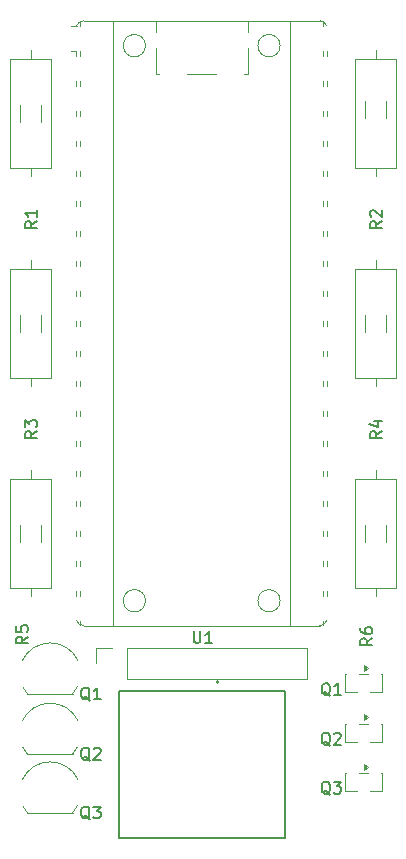
<source format=gbr>
%TF.GenerationSoftware,KiCad,Pcbnew,9.0.6*%
%TF.CreationDate,2025-11-18T00:54:51+10:00*%
%TF.ProjectId,PicoX68Key,5069636f-5836-4384-9b65-792e6b696361,rev?*%
%TF.SameCoordinates,Original*%
%TF.FileFunction,Legend,Top*%
%TF.FilePolarity,Positive*%
%FSLAX46Y46*%
G04 Gerber Fmt 4.6, Leading zero omitted, Abs format (unit mm)*
G04 Created by KiCad (PCBNEW 9.0.6) date 2025-11-18 00:54:51*
%MOMM*%
%LPD*%
G01*
G04 APERTURE LIST*
%ADD10C,0.150000*%
%ADD11C,0.120000*%
%ADD12C,0.127000*%
%ADD13C,0.200000*%
G04 APERTURE END LIST*
D10*
X94704761Y-142450057D02*
X94609523Y-142402438D01*
X94609523Y-142402438D02*
X94514285Y-142307200D01*
X94514285Y-142307200D02*
X94371428Y-142164342D01*
X94371428Y-142164342D02*
X94276190Y-142116723D01*
X94276190Y-142116723D02*
X94180952Y-142116723D01*
X94228571Y-142354819D02*
X94133333Y-142307200D01*
X94133333Y-142307200D02*
X94038095Y-142211961D01*
X94038095Y-142211961D02*
X93990476Y-142021485D01*
X93990476Y-142021485D02*
X93990476Y-141688152D01*
X93990476Y-141688152D02*
X94038095Y-141497676D01*
X94038095Y-141497676D02*
X94133333Y-141402438D01*
X94133333Y-141402438D02*
X94228571Y-141354819D01*
X94228571Y-141354819D02*
X94419047Y-141354819D01*
X94419047Y-141354819D02*
X94514285Y-141402438D01*
X94514285Y-141402438D02*
X94609523Y-141497676D01*
X94609523Y-141497676D02*
X94657142Y-141688152D01*
X94657142Y-141688152D02*
X94657142Y-142021485D01*
X94657142Y-142021485D02*
X94609523Y-142211961D01*
X94609523Y-142211961D02*
X94514285Y-142307200D01*
X94514285Y-142307200D02*
X94419047Y-142354819D01*
X94419047Y-142354819D02*
X94228571Y-142354819D01*
X95038095Y-141450057D02*
X95085714Y-141402438D01*
X95085714Y-141402438D02*
X95180952Y-141354819D01*
X95180952Y-141354819D02*
X95419047Y-141354819D01*
X95419047Y-141354819D02*
X95514285Y-141402438D01*
X95514285Y-141402438D02*
X95561904Y-141450057D01*
X95561904Y-141450057D02*
X95609523Y-141545295D01*
X95609523Y-141545295D02*
X95609523Y-141640533D01*
X95609523Y-141640533D02*
X95561904Y-141783390D01*
X95561904Y-141783390D02*
X94990476Y-142354819D01*
X94990476Y-142354819D02*
X95609523Y-142354819D01*
X94704761Y-138250057D02*
X94609523Y-138202438D01*
X94609523Y-138202438D02*
X94514285Y-138107200D01*
X94514285Y-138107200D02*
X94371428Y-137964342D01*
X94371428Y-137964342D02*
X94276190Y-137916723D01*
X94276190Y-137916723D02*
X94180952Y-137916723D01*
X94228571Y-138154819D02*
X94133333Y-138107200D01*
X94133333Y-138107200D02*
X94038095Y-138011961D01*
X94038095Y-138011961D02*
X93990476Y-137821485D01*
X93990476Y-137821485D02*
X93990476Y-137488152D01*
X93990476Y-137488152D02*
X94038095Y-137297676D01*
X94038095Y-137297676D02*
X94133333Y-137202438D01*
X94133333Y-137202438D02*
X94228571Y-137154819D01*
X94228571Y-137154819D02*
X94419047Y-137154819D01*
X94419047Y-137154819D02*
X94514285Y-137202438D01*
X94514285Y-137202438D02*
X94609523Y-137297676D01*
X94609523Y-137297676D02*
X94657142Y-137488152D01*
X94657142Y-137488152D02*
X94657142Y-137821485D01*
X94657142Y-137821485D02*
X94609523Y-138011961D01*
X94609523Y-138011961D02*
X94514285Y-138107200D01*
X94514285Y-138107200D02*
X94419047Y-138154819D01*
X94419047Y-138154819D02*
X94228571Y-138154819D01*
X95609523Y-138154819D02*
X95038095Y-138154819D01*
X95323809Y-138154819D02*
X95323809Y-137154819D01*
X95323809Y-137154819D02*
X95228571Y-137297676D01*
X95228571Y-137297676D02*
X95133333Y-137392914D01*
X95133333Y-137392914D02*
X95038095Y-137440533D01*
X94704761Y-146600057D02*
X94609523Y-146552438D01*
X94609523Y-146552438D02*
X94514285Y-146457200D01*
X94514285Y-146457200D02*
X94371428Y-146314342D01*
X94371428Y-146314342D02*
X94276190Y-146266723D01*
X94276190Y-146266723D02*
X94180952Y-146266723D01*
X94228571Y-146504819D02*
X94133333Y-146457200D01*
X94133333Y-146457200D02*
X94038095Y-146361961D01*
X94038095Y-146361961D02*
X93990476Y-146171485D01*
X93990476Y-146171485D02*
X93990476Y-145838152D01*
X93990476Y-145838152D02*
X94038095Y-145647676D01*
X94038095Y-145647676D02*
X94133333Y-145552438D01*
X94133333Y-145552438D02*
X94228571Y-145504819D01*
X94228571Y-145504819D02*
X94419047Y-145504819D01*
X94419047Y-145504819D02*
X94514285Y-145552438D01*
X94514285Y-145552438D02*
X94609523Y-145647676D01*
X94609523Y-145647676D02*
X94657142Y-145838152D01*
X94657142Y-145838152D02*
X94657142Y-146171485D01*
X94657142Y-146171485D02*
X94609523Y-146361961D01*
X94609523Y-146361961D02*
X94514285Y-146457200D01*
X94514285Y-146457200D02*
X94419047Y-146504819D01*
X94419047Y-146504819D02*
X94228571Y-146504819D01*
X94990476Y-145504819D02*
X95609523Y-145504819D01*
X95609523Y-145504819D02*
X95276190Y-145885771D01*
X95276190Y-145885771D02*
X95419047Y-145885771D01*
X95419047Y-145885771D02*
X95514285Y-145933390D01*
X95514285Y-145933390D02*
X95561904Y-145981009D01*
X95561904Y-145981009D02*
X95609523Y-146076247D01*
X95609523Y-146076247D02*
X95609523Y-146314342D01*
X95609523Y-146314342D02*
X95561904Y-146409580D01*
X95561904Y-146409580D02*
X95514285Y-146457200D01*
X95514285Y-146457200D02*
X95419047Y-146504819D01*
X95419047Y-146504819D02*
X95133333Y-146504819D01*
X95133333Y-146504819D02*
X95038095Y-146457200D01*
X95038095Y-146457200D02*
X94990476Y-146409580D01*
X74354761Y-143726057D02*
X74259523Y-143678438D01*
X74259523Y-143678438D02*
X74164285Y-143583200D01*
X74164285Y-143583200D02*
X74021428Y-143440342D01*
X74021428Y-143440342D02*
X73926190Y-143392723D01*
X73926190Y-143392723D02*
X73830952Y-143392723D01*
X73878571Y-143630819D02*
X73783333Y-143583200D01*
X73783333Y-143583200D02*
X73688095Y-143487961D01*
X73688095Y-143487961D02*
X73640476Y-143297485D01*
X73640476Y-143297485D02*
X73640476Y-142964152D01*
X73640476Y-142964152D02*
X73688095Y-142773676D01*
X73688095Y-142773676D02*
X73783333Y-142678438D01*
X73783333Y-142678438D02*
X73878571Y-142630819D01*
X73878571Y-142630819D02*
X74069047Y-142630819D01*
X74069047Y-142630819D02*
X74164285Y-142678438D01*
X74164285Y-142678438D02*
X74259523Y-142773676D01*
X74259523Y-142773676D02*
X74307142Y-142964152D01*
X74307142Y-142964152D02*
X74307142Y-143297485D01*
X74307142Y-143297485D02*
X74259523Y-143487961D01*
X74259523Y-143487961D02*
X74164285Y-143583200D01*
X74164285Y-143583200D02*
X74069047Y-143630819D01*
X74069047Y-143630819D02*
X73878571Y-143630819D01*
X74688095Y-142726057D02*
X74735714Y-142678438D01*
X74735714Y-142678438D02*
X74830952Y-142630819D01*
X74830952Y-142630819D02*
X75069047Y-142630819D01*
X75069047Y-142630819D02*
X75164285Y-142678438D01*
X75164285Y-142678438D02*
X75211904Y-142726057D01*
X75211904Y-142726057D02*
X75259523Y-142821295D01*
X75259523Y-142821295D02*
X75259523Y-142916533D01*
X75259523Y-142916533D02*
X75211904Y-143059390D01*
X75211904Y-143059390D02*
X74640476Y-143630819D01*
X74640476Y-143630819D02*
X75259523Y-143630819D01*
X69854819Y-115836666D02*
X69378628Y-116169999D01*
X69854819Y-116408094D02*
X68854819Y-116408094D01*
X68854819Y-116408094D02*
X68854819Y-116027142D01*
X68854819Y-116027142D02*
X68902438Y-115931904D01*
X68902438Y-115931904D02*
X68950057Y-115884285D01*
X68950057Y-115884285D02*
X69045295Y-115836666D01*
X69045295Y-115836666D02*
X69188152Y-115836666D01*
X69188152Y-115836666D02*
X69283390Y-115884285D01*
X69283390Y-115884285D02*
X69331009Y-115931904D01*
X69331009Y-115931904D02*
X69378628Y-116027142D01*
X69378628Y-116027142D02*
X69378628Y-116408094D01*
X68854819Y-115503332D02*
X68854819Y-114884285D01*
X68854819Y-114884285D02*
X69235771Y-115217618D01*
X69235771Y-115217618D02*
X69235771Y-115074761D01*
X69235771Y-115074761D02*
X69283390Y-114979523D01*
X69283390Y-114979523D02*
X69331009Y-114931904D01*
X69331009Y-114931904D02*
X69426247Y-114884285D01*
X69426247Y-114884285D02*
X69664342Y-114884285D01*
X69664342Y-114884285D02*
X69759580Y-114931904D01*
X69759580Y-114931904D02*
X69807200Y-114979523D01*
X69807200Y-114979523D02*
X69854819Y-115074761D01*
X69854819Y-115074761D02*
X69854819Y-115360475D01*
X69854819Y-115360475D02*
X69807200Y-115455713D01*
X69807200Y-115455713D02*
X69759580Y-115503332D01*
X99064819Y-98056666D02*
X98588628Y-98389999D01*
X99064819Y-98628094D02*
X98064819Y-98628094D01*
X98064819Y-98628094D02*
X98064819Y-98247142D01*
X98064819Y-98247142D02*
X98112438Y-98151904D01*
X98112438Y-98151904D02*
X98160057Y-98104285D01*
X98160057Y-98104285D02*
X98255295Y-98056666D01*
X98255295Y-98056666D02*
X98398152Y-98056666D01*
X98398152Y-98056666D02*
X98493390Y-98104285D01*
X98493390Y-98104285D02*
X98541009Y-98151904D01*
X98541009Y-98151904D02*
X98588628Y-98247142D01*
X98588628Y-98247142D02*
X98588628Y-98628094D01*
X98160057Y-97675713D02*
X98112438Y-97628094D01*
X98112438Y-97628094D02*
X98064819Y-97532856D01*
X98064819Y-97532856D02*
X98064819Y-97294761D01*
X98064819Y-97294761D02*
X98112438Y-97199523D01*
X98112438Y-97199523D02*
X98160057Y-97151904D01*
X98160057Y-97151904D02*
X98255295Y-97104285D01*
X98255295Y-97104285D02*
X98350533Y-97104285D01*
X98350533Y-97104285D02*
X98493390Y-97151904D01*
X98493390Y-97151904D02*
X99064819Y-97723332D01*
X99064819Y-97723332D02*
X99064819Y-97104285D01*
X69104819Y-133216666D02*
X68628628Y-133549999D01*
X69104819Y-133788094D02*
X68104819Y-133788094D01*
X68104819Y-133788094D02*
X68104819Y-133407142D01*
X68104819Y-133407142D02*
X68152438Y-133311904D01*
X68152438Y-133311904D02*
X68200057Y-133264285D01*
X68200057Y-133264285D02*
X68295295Y-133216666D01*
X68295295Y-133216666D02*
X68438152Y-133216666D01*
X68438152Y-133216666D02*
X68533390Y-133264285D01*
X68533390Y-133264285D02*
X68581009Y-133311904D01*
X68581009Y-133311904D02*
X68628628Y-133407142D01*
X68628628Y-133407142D02*
X68628628Y-133788094D01*
X68104819Y-132311904D02*
X68104819Y-132788094D01*
X68104819Y-132788094D02*
X68581009Y-132835713D01*
X68581009Y-132835713D02*
X68533390Y-132788094D01*
X68533390Y-132788094D02*
X68485771Y-132692856D01*
X68485771Y-132692856D02*
X68485771Y-132454761D01*
X68485771Y-132454761D02*
X68533390Y-132359523D01*
X68533390Y-132359523D02*
X68581009Y-132311904D01*
X68581009Y-132311904D02*
X68676247Y-132264285D01*
X68676247Y-132264285D02*
X68914342Y-132264285D01*
X68914342Y-132264285D02*
X69009580Y-132311904D01*
X69009580Y-132311904D02*
X69057200Y-132359523D01*
X69057200Y-132359523D02*
X69104819Y-132454761D01*
X69104819Y-132454761D02*
X69104819Y-132692856D01*
X69104819Y-132692856D02*
X69057200Y-132788094D01*
X69057200Y-132788094D02*
X69009580Y-132835713D01*
X69854819Y-98056666D02*
X69378628Y-98389999D01*
X69854819Y-98628094D02*
X68854819Y-98628094D01*
X68854819Y-98628094D02*
X68854819Y-98247142D01*
X68854819Y-98247142D02*
X68902438Y-98151904D01*
X68902438Y-98151904D02*
X68950057Y-98104285D01*
X68950057Y-98104285D02*
X69045295Y-98056666D01*
X69045295Y-98056666D02*
X69188152Y-98056666D01*
X69188152Y-98056666D02*
X69283390Y-98104285D01*
X69283390Y-98104285D02*
X69331009Y-98151904D01*
X69331009Y-98151904D02*
X69378628Y-98247142D01*
X69378628Y-98247142D02*
X69378628Y-98628094D01*
X69854819Y-97104285D02*
X69854819Y-97675713D01*
X69854819Y-97389999D02*
X68854819Y-97389999D01*
X68854819Y-97389999D02*
X68997676Y-97485237D01*
X68997676Y-97485237D02*
X69092914Y-97580475D01*
X69092914Y-97580475D02*
X69140533Y-97675713D01*
X83136779Y-132754819D02*
X83136779Y-133564342D01*
X83136779Y-133564342D02*
X83184398Y-133659580D01*
X83184398Y-133659580D02*
X83232017Y-133707200D01*
X83232017Y-133707200D02*
X83327255Y-133754819D01*
X83327255Y-133754819D02*
X83517731Y-133754819D01*
X83517731Y-133754819D02*
X83612969Y-133707200D01*
X83612969Y-133707200D02*
X83660588Y-133659580D01*
X83660588Y-133659580D02*
X83708207Y-133564342D01*
X83708207Y-133564342D02*
X83708207Y-132754819D01*
X84708207Y-133754819D02*
X84136779Y-133754819D01*
X84422493Y-133754819D02*
X84422493Y-132754819D01*
X84422493Y-132754819D02*
X84327255Y-132897676D01*
X84327255Y-132897676D02*
X84232017Y-132992914D01*
X84232017Y-132992914D02*
X84136779Y-133040533D01*
X74354761Y-148700057D02*
X74259523Y-148652438D01*
X74259523Y-148652438D02*
X74164285Y-148557200D01*
X74164285Y-148557200D02*
X74021428Y-148414342D01*
X74021428Y-148414342D02*
X73926190Y-148366723D01*
X73926190Y-148366723D02*
X73830952Y-148366723D01*
X73878571Y-148604819D02*
X73783333Y-148557200D01*
X73783333Y-148557200D02*
X73688095Y-148461961D01*
X73688095Y-148461961D02*
X73640476Y-148271485D01*
X73640476Y-148271485D02*
X73640476Y-147938152D01*
X73640476Y-147938152D02*
X73688095Y-147747676D01*
X73688095Y-147747676D02*
X73783333Y-147652438D01*
X73783333Y-147652438D02*
X73878571Y-147604819D01*
X73878571Y-147604819D02*
X74069047Y-147604819D01*
X74069047Y-147604819D02*
X74164285Y-147652438D01*
X74164285Y-147652438D02*
X74259523Y-147747676D01*
X74259523Y-147747676D02*
X74307142Y-147938152D01*
X74307142Y-147938152D02*
X74307142Y-148271485D01*
X74307142Y-148271485D02*
X74259523Y-148461961D01*
X74259523Y-148461961D02*
X74164285Y-148557200D01*
X74164285Y-148557200D02*
X74069047Y-148604819D01*
X74069047Y-148604819D02*
X73878571Y-148604819D01*
X74640476Y-147604819D02*
X75259523Y-147604819D01*
X75259523Y-147604819D02*
X74926190Y-147985771D01*
X74926190Y-147985771D02*
X75069047Y-147985771D01*
X75069047Y-147985771D02*
X75164285Y-148033390D01*
X75164285Y-148033390D02*
X75211904Y-148081009D01*
X75211904Y-148081009D02*
X75259523Y-148176247D01*
X75259523Y-148176247D02*
X75259523Y-148414342D01*
X75259523Y-148414342D02*
X75211904Y-148509580D01*
X75211904Y-148509580D02*
X75164285Y-148557200D01*
X75164285Y-148557200D02*
X75069047Y-148604819D01*
X75069047Y-148604819D02*
X74783333Y-148604819D01*
X74783333Y-148604819D02*
X74688095Y-148557200D01*
X74688095Y-148557200D02*
X74640476Y-148509580D01*
X98254819Y-133366666D02*
X97778628Y-133699999D01*
X98254819Y-133938094D02*
X97254819Y-133938094D01*
X97254819Y-133938094D02*
X97254819Y-133557142D01*
X97254819Y-133557142D02*
X97302438Y-133461904D01*
X97302438Y-133461904D02*
X97350057Y-133414285D01*
X97350057Y-133414285D02*
X97445295Y-133366666D01*
X97445295Y-133366666D02*
X97588152Y-133366666D01*
X97588152Y-133366666D02*
X97683390Y-133414285D01*
X97683390Y-133414285D02*
X97731009Y-133461904D01*
X97731009Y-133461904D02*
X97778628Y-133557142D01*
X97778628Y-133557142D02*
X97778628Y-133938094D01*
X97254819Y-132509523D02*
X97254819Y-132699999D01*
X97254819Y-132699999D02*
X97302438Y-132795237D01*
X97302438Y-132795237D02*
X97350057Y-132842856D01*
X97350057Y-132842856D02*
X97492914Y-132938094D01*
X97492914Y-132938094D02*
X97683390Y-132985713D01*
X97683390Y-132985713D02*
X98064342Y-132985713D01*
X98064342Y-132985713D02*
X98159580Y-132938094D01*
X98159580Y-132938094D02*
X98207200Y-132890475D01*
X98207200Y-132890475D02*
X98254819Y-132795237D01*
X98254819Y-132795237D02*
X98254819Y-132604761D01*
X98254819Y-132604761D02*
X98207200Y-132509523D01*
X98207200Y-132509523D02*
X98159580Y-132461904D01*
X98159580Y-132461904D02*
X98064342Y-132414285D01*
X98064342Y-132414285D02*
X97826247Y-132414285D01*
X97826247Y-132414285D02*
X97731009Y-132461904D01*
X97731009Y-132461904D02*
X97683390Y-132509523D01*
X97683390Y-132509523D02*
X97635771Y-132604761D01*
X97635771Y-132604761D02*
X97635771Y-132795237D01*
X97635771Y-132795237D02*
X97683390Y-132890475D01*
X97683390Y-132890475D02*
X97731009Y-132938094D01*
X97731009Y-132938094D02*
X97826247Y-132985713D01*
X99064819Y-115836666D02*
X98588628Y-116169999D01*
X99064819Y-116408094D02*
X98064819Y-116408094D01*
X98064819Y-116408094D02*
X98064819Y-116027142D01*
X98064819Y-116027142D02*
X98112438Y-115931904D01*
X98112438Y-115931904D02*
X98160057Y-115884285D01*
X98160057Y-115884285D02*
X98255295Y-115836666D01*
X98255295Y-115836666D02*
X98398152Y-115836666D01*
X98398152Y-115836666D02*
X98493390Y-115884285D01*
X98493390Y-115884285D02*
X98541009Y-115931904D01*
X98541009Y-115931904D02*
X98588628Y-116027142D01*
X98588628Y-116027142D02*
X98588628Y-116408094D01*
X98398152Y-114979523D02*
X99064819Y-114979523D01*
X98017200Y-115217618D02*
X98731485Y-115455713D01*
X98731485Y-115455713D02*
X98731485Y-114836666D01*
X74354761Y-138629057D02*
X74259523Y-138581438D01*
X74259523Y-138581438D02*
X74164285Y-138486200D01*
X74164285Y-138486200D02*
X74021428Y-138343342D01*
X74021428Y-138343342D02*
X73926190Y-138295723D01*
X73926190Y-138295723D02*
X73830952Y-138295723D01*
X73878571Y-138533819D02*
X73783333Y-138486200D01*
X73783333Y-138486200D02*
X73688095Y-138390961D01*
X73688095Y-138390961D02*
X73640476Y-138200485D01*
X73640476Y-138200485D02*
X73640476Y-137867152D01*
X73640476Y-137867152D02*
X73688095Y-137676676D01*
X73688095Y-137676676D02*
X73783333Y-137581438D01*
X73783333Y-137581438D02*
X73878571Y-137533819D01*
X73878571Y-137533819D02*
X74069047Y-137533819D01*
X74069047Y-137533819D02*
X74164285Y-137581438D01*
X74164285Y-137581438D02*
X74259523Y-137676676D01*
X74259523Y-137676676D02*
X74307142Y-137867152D01*
X74307142Y-137867152D02*
X74307142Y-138200485D01*
X74307142Y-138200485D02*
X74259523Y-138390961D01*
X74259523Y-138390961D02*
X74164285Y-138486200D01*
X74164285Y-138486200D02*
X74069047Y-138533819D01*
X74069047Y-138533819D02*
X73878571Y-138533819D01*
X75259523Y-138533819D02*
X74688095Y-138533819D01*
X74973809Y-138533819D02*
X74973809Y-137533819D01*
X74973809Y-137533819D02*
X74878571Y-137676676D01*
X74878571Y-137676676D02*
X74783333Y-137771914D01*
X74783333Y-137771914D02*
X74688095Y-137819533D01*
D11*
%TO.C,Q2*%
X69050000Y-143147000D02*
X72900000Y-143147000D01*
X68633600Y-140348193D02*
G75*
G02*
X70990000Y-138847000I2356400J-1098807D01*
G01*
X69050000Y-143147000D02*
G75*
G02*
X68667369Y-142569045I1940000J1700000D01*
G01*
X70990000Y-138847000D02*
G75*
G02*
X73346400Y-140348193I0J-2600000D01*
G01*
X73292383Y-142559264D02*
G75*
G02*
X72900000Y-143147000I-2302383J1112264D01*
G01*
%TO.C,R9*%
X68432000Y-105952936D02*
X68432000Y-107407064D01*
X70252000Y-105952936D02*
X70252000Y-107407064D01*
%TO.C,R3*%
X69342000Y-101370000D02*
X69342000Y-102060000D01*
X69342000Y-111990000D02*
X69342000Y-111300000D01*
X71062000Y-102060000D02*
X67622000Y-102060000D01*
X67622000Y-111300000D01*
X71062000Y-111300000D01*
X71062000Y-102060000D01*
%TO.C,R2*%
X98552000Y-83590000D02*
X98552000Y-84280000D01*
X98552000Y-94210000D02*
X98552000Y-93520000D01*
X100272000Y-84280000D02*
X96832000Y-84280000D01*
X96832000Y-93520000D01*
X100272000Y-93520000D01*
X100272000Y-84280000D01*
%TO.C,SQ3*%
X95970000Y-144797500D02*
X96020000Y-144797500D01*
X95970000Y-146317500D02*
X95970000Y-144797500D01*
X96970000Y-146317500D02*
X95970000Y-146317500D01*
X97140000Y-144797500D02*
X97920000Y-144797500D01*
X99040000Y-144797500D02*
X99090000Y-144797500D01*
X99090000Y-144797500D02*
X99090000Y-146317500D01*
X99090000Y-146317500D02*
X98090000Y-146317500D01*
X97910000Y-144257500D02*
X97580000Y-144497500D01*
X97580000Y-144017500D01*
X97910000Y-144257500D01*
G36*
X97910000Y-144257500D02*
G01*
X97580000Y-144497500D01*
X97580000Y-144017500D01*
X97910000Y-144257500D01*
G37*
%TO.C,R8*%
X97642000Y-87892936D02*
X97642000Y-89347064D01*
X99462000Y-87892936D02*
X99462000Y-89347064D01*
%TO.C,R5*%
X69342000Y-119150000D02*
X69342000Y-119840000D01*
X69342000Y-129770000D02*
X69342000Y-129080000D01*
X71062000Y-119840000D02*
X67622000Y-119840000D01*
X67622000Y-129080000D01*
X71062000Y-129080000D01*
X71062000Y-119840000D01*
%TO.C,SQ1*%
X95970000Y-136400000D02*
X96020000Y-136400000D01*
X95970000Y-137920000D02*
X95970000Y-136400000D01*
X96970000Y-137920000D02*
X95970000Y-137920000D01*
X97140000Y-136400000D02*
X97920000Y-136400000D01*
X99040000Y-136400000D02*
X99090000Y-136400000D01*
X99090000Y-136400000D02*
X99090000Y-137920000D01*
X99090000Y-137920000D02*
X98090000Y-137920000D01*
X97910000Y-135860000D02*
X97580000Y-136100000D01*
X97580000Y-135620000D01*
X97910000Y-135860000D01*
G36*
X97910000Y-135860000D02*
G01*
X97580000Y-136100000D01*
X97580000Y-135620000D01*
X97910000Y-135860000D01*
G37*
%TO.C,R1*%
X69342000Y-83590000D02*
X69342000Y-84280000D01*
X69342000Y-94210000D02*
X69342000Y-93520000D01*
X71062000Y-84280000D02*
X67622000Y-84280000D01*
X67622000Y-93520000D01*
X71062000Y-93520000D01*
X71062000Y-84280000D01*
%TO.C,U1*%
X73210000Y-83610000D02*
X72730000Y-83610000D01*
X73210000Y-83610000D02*
X73210000Y-84030000D01*
X73210000Y-86150000D02*
X73210000Y-86570000D01*
X73210000Y-88690000D02*
X73210000Y-89110000D01*
X73210000Y-91230000D02*
X73210000Y-91650000D01*
X73210000Y-93770000D02*
X73210000Y-94190000D01*
X73210000Y-96310000D02*
X73210000Y-96730000D01*
X73210000Y-98850000D02*
X73210000Y-99270000D01*
X73210000Y-101390000D02*
X73210000Y-101810000D01*
X73210000Y-103930000D02*
X73210000Y-104350000D01*
X73210000Y-106470000D02*
X73210000Y-106890000D01*
X73210000Y-109010000D02*
X73210000Y-109430000D01*
X73210000Y-111550000D02*
X73210000Y-111970000D01*
X73210000Y-114090000D02*
X73210000Y-114510000D01*
X73210000Y-116630000D02*
X73210000Y-117050000D01*
X73210000Y-119170000D02*
X73210000Y-119590000D01*
X73210000Y-121710000D02*
X73210000Y-122130000D01*
X73210000Y-124250000D02*
X73210000Y-124670000D01*
X73210000Y-126790000D02*
X73210000Y-127210000D01*
X73210000Y-129330000D02*
X73210000Y-129750000D01*
X73240324Y-81490000D02*
X72730000Y-81490000D01*
X73550000Y-81490063D02*
X73550000Y-81133000D01*
X73550000Y-83610000D02*
X73550000Y-84030000D01*
X73550000Y-86150000D02*
X73550000Y-86570000D01*
X73550000Y-88690000D02*
X73550000Y-89110000D01*
X73550000Y-91230000D02*
X73550000Y-91650000D01*
X73550000Y-93770000D02*
X73550000Y-94190000D01*
X73550000Y-96310000D02*
X73550000Y-96730000D01*
X73550000Y-98850000D02*
X73550000Y-99270000D01*
X73550000Y-101390000D02*
X73550000Y-101810000D01*
X73550000Y-103930000D02*
X73550000Y-104350000D01*
X73550000Y-106470000D02*
X73550000Y-106890000D01*
X73550000Y-109010000D02*
X73550000Y-109430000D01*
X73550000Y-111550000D02*
X73550000Y-111970000D01*
X73550000Y-114090000D02*
X73550000Y-114510000D01*
X73550000Y-116630000D02*
X73550000Y-117050000D01*
X73550000Y-119170000D02*
X73550000Y-119590000D01*
X73550000Y-121710000D02*
X73550000Y-122130000D01*
X73550000Y-124250000D02*
X73550000Y-124670000D01*
X73550000Y-126790000D02*
X73550000Y-127210000D01*
X73550000Y-129330000D02*
X73550000Y-129750000D01*
X73550000Y-131869937D02*
X73550000Y-132227000D01*
X73820000Y-81070000D02*
X76310000Y-81070000D01*
X73820000Y-132290000D02*
X80220000Y-132290000D01*
X76310000Y-81070000D02*
X76310000Y-81983520D01*
X76310000Y-81070000D02*
X79585000Y-81070000D01*
X76310000Y-81983520D02*
X76310000Y-84376480D01*
X76310000Y-84376480D02*
X76310000Y-128983520D01*
X76310000Y-128983520D02*
X76310000Y-131376480D01*
X76310000Y-131376480D02*
X76310000Y-132290000D01*
X79585000Y-81070000D02*
X88055000Y-81070000D01*
X79920000Y-81070000D02*
X79920000Y-81986000D01*
X79920000Y-83364800D02*
X79920000Y-85590000D01*
X79920000Y-85590000D02*
X80216090Y-85590000D01*
X82573910Y-85590000D02*
X85066090Y-85590000D01*
X87420000Y-132290000D02*
X80220000Y-132290000D01*
X87420000Y-132290000D02*
X93820000Y-132290000D01*
X87423910Y-85590000D02*
X87720000Y-85590000D01*
X87720000Y-81070000D02*
X87720000Y-81986000D01*
X87720000Y-83364800D02*
X87720000Y-85590000D01*
X88055000Y-81070000D02*
X91330000Y-81070000D01*
X91330000Y-81070000D02*
X91330000Y-81983520D01*
X91330000Y-81983520D02*
X91330000Y-84376480D01*
X91330000Y-84376480D02*
X91330000Y-128983520D01*
X91330000Y-128983520D02*
X91330000Y-131376480D01*
X91330000Y-131376480D02*
X91330000Y-132290000D01*
X93820000Y-81070000D02*
X91330000Y-81070000D01*
X94090000Y-81490063D02*
X94090000Y-81133000D01*
X94090000Y-83610000D02*
X94090000Y-84030000D01*
X94090000Y-86150000D02*
X94090000Y-86570000D01*
X94090000Y-88690000D02*
X94090000Y-89110000D01*
X94090000Y-91230000D02*
X94090000Y-91650000D01*
X94090000Y-93770000D02*
X94090000Y-94190000D01*
X94090000Y-96310000D02*
X94090000Y-96730000D01*
X94090000Y-98850000D02*
X94090000Y-99270000D01*
X94090000Y-101390000D02*
X94090000Y-101810000D01*
X94090000Y-103930000D02*
X94090000Y-104350000D01*
X94090000Y-106470000D02*
X94090000Y-106890000D01*
X94090000Y-109010000D02*
X94090000Y-109430000D01*
X94090000Y-111550000D02*
X94090000Y-111970000D01*
X94090000Y-114090000D02*
X94090000Y-114510000D01*
X94090000Y-116630000D02*
X94090000Y-117050000D01*
X94090000Y-119170000D02*
X94090000Y-119590000D01*
X94090000Y-121710000D02*
X94090000Y-122130000D01*
X94090000Y-124250000D02*
X94090000Y-124670000D01*
X94090000Y-126790000D02*
X94090000Y-127210000D01*
X94090000Y-129330000D02*
X94090000Y-129750000D01*
X94090000Y-131869937D02*
X94090000Y-132227000D01*
X94430000Y-83610000D02*
X94430000Y-84030000D01*
X94430000Y-86150000D02*
X94430000Y-86570000D01*
X94430000Y-88690000D02*
X94430000Y-89110000D01*
X94430000Y-91230000D02*
X94430000Y-91650000D01*
X94430000Y-93770000D02*
X94430000Y-94190000D01*
X94430000Y-96310000D02*
X94430000Y-96730000D01*
X94430000Y-98850000D02*
X94430000Y-99270000D01*
X94430000Y-101390000D02*
X94430000Y-101810000D01*
X94430000Y-103930000D02*
X94430000Y-104350000D01*
X94430000Y-106470000D02*
X94430000Y-106890000D01*
X94430000Y-109010000D02*
X94430000Y-109430000D01*
X94430000Y-111550000D02*
X94430000Y-111970000D01*
X94430000Y-114090000D02*
X94430000Y-114510000D01*
X94430000Y-116630000D02*
X94430000Y-117050000D01*
X94430000Y-119170000D02*
X94430000Y-119590000D01*
X94430000Y-121710000D02*
X94430000Y-122130000D01*
X94430000Y-124250000D02*
X94430000Y-124670000D01*
X94430000Y-126790000D02*
X94430000Y-127210000D01*
X94430000Y-129330000D02*
X94430000Y-129750000D01*
X73240324Y-81490000D02*
G75*
G02*
X73820000Y-81070000I579692J-190051D01*
G01*
X73820000Y-132290000D02*
G75*
G02*
X73240324Y-131869937I1J610002D01*
G01*
X93820000Y-81070000D02*
G75*
G02*
X94399676Y-81490063I0J-610000D01*
G01*
X94399676Y-131869937D02*
G75*
G02*
X93820000Y-132289974I-579576J189837D01*
G01*
X79060000Y-83180000D02*
G75*
G02*
X77180000Y-83180000I-940000J0D01*
G01*
X77180000Y-83180000D02*
G75*
G02*
X79060000Y-83180000I940000J0D01*
G01*
X79060000Y-130180000D02*
G75*
G02*
X77180000Y-130180000I-940000J0D01*
G01*
X77180000Y-130180000D02*
G75*
G02*
X79060000Y-130180000I940000J0D01*
G01*
X90460000Y-83180000D02*
G75*
G02*
X88580000Y-83180000I-940000J0D01*
G01*
X88580000Y-83180000D02*
G75*
G02*
X90460000Y-83180000I940000J0D01*
G01*
X90460000Y-130180000D02*
G75*
G02*
X88580000Y-130180000I-940000J0D01*
G01*
X88580000Y-130180000D02*
G75*
G02*
X90460000Y-130180000I940000J0D01*
G01*
%TO.C,SQ2*%
X95970000Y-140591000D02*
X96020000Y-140591000D01*
X95970000Y-142111000D02*
X95970000Y-140591000D01*
X96970000Y-142111000D02*
X95970000Y-142111000D01*
X97140000Y-140591000D02*
X97920000Y-140591000D01*
X99040000Y-140591000D02*
X99090000Y-140591000D01*
X99090000Y-140591000D02*
X99090000Y-142111000D01*
X99090000Y-142111000D02*
X98090000Y-142111000D01*
X97910000Y-140051000D02*
X97580000Y-140291000D01*
X97580000Y-139811000D01*
X97910000Y-140051000D01*
G36*
X97910000Y-140051000D02*
G01*
X97580000Y-140291000D01*
X97580000Y-139811000D01*
X97910000Y-140051000D01*
G37*
%TO.C,Q3*%
X69050000Y-148121000D02*
X72900000Y-148121000D01*
X68633600Y-145322193D02*
G75*
G02*
X70990000Y-143821000I2356400J-1098807D01*
G01*
X69050000Y-148121000D02*
G75*
G02*
X68667369Y-147543045I1940000J1700000D01*
G01*
X70990000Y-143821000D02*
G75*
G02*
X73346400Y-145322193I0J-2600000D01*
G01*
X73292383Y-147533264D02*
G75*
G02*
X72900000Y-148121000I-2302383J1112264D01*
G01*
%TO.C,R11*%
X68432000Y-123732936D02*
X68432000Y-125187064D01*
X70252000Y-123732936D02*
X70252000Y-125187064D01*
%TO.C,R12*%
X97642000Y-123732936D02*
X97642000Y-125187064D01*
X99462000Y-123732936D02*
X99462000Y-125187064D01*
%TO.C,J1*%
X74870000Y-134145000D02*
X76200000Y-134145000D01*
X74870000Y-135475000D02*
X74870000Y-134145000D01*
X77470000Y-134145000D02*
X92770000Y-134145000D01*
X77470000Y-136805000D02*
X77470000Y-134145000D01*
X77470000Y-136805000D02*
X92770000Y-136805000D01*
X92770000Y-136805000D02*
X92770000Y-134145000D01*
%TO.C,R7*%
X68432000Y-88172936D02*
X68432000Y-89627064D01*
X70252000Y-88172936D02*
X70252000Y-89627064D01*
%TO.C,R6*%
X98552000Y-119150000D02*
X98552000Y-119840000D01*
X98552000Y-129770000D02*
X98552000Y-129080000D01*
X100272000Y-119840000D02*
X96832000Y-119840000D01*
X96832000Y-129080000D01*
X100272000Y-129080000D01*
X100272000Y-119840000D01*
%TO.C,R4*%
X98552000Y-101370000D02*
X98552000Y-102060000D01*
X98552000Y-111990000D02*
X98552000Y-111300000D01*
X100272000Y-102060000D02*
X96832000Y-102060000D01*
X96832000Y-111300000D01*
X100272000Y-111300000D01*
X100272000Y-102060000D01*
%TO.C,R10*%
X97642000Y-105952936D02*
X97642000Y-107407064D01*
X99462000Y-105952936D02*
X99462000Y-107407064D01*
D12*
%TO.C,J2*%
X76850000Y-137850000D02*
X90850000Y-137850000D01*
X76850000Y-150250000D02*
X76850000Y-137850000D01*
X90850000Y-137850000D02*
X90850000Y-150250000D01*
X90850000Y-150250000D02*
X76850000Y-150250000D01*
D13*
X85250000Y-137051000D02*
G75*
G02*
X85050000Y-137051000I-100000J0D01*
G01*
X85050000Y-137051000D02*
G75*
G02*
X85250000Y-137051000I100000J0D01*
G01*
D11*
%TO.C,Q1*%
X69050000Y-138050000D02*
X72900000Y-138050000D01*
X68633600Y-135251193D02*
G75*
G02*
X70990000Y-133750000I2356400J-1098807D01*
G01*
X69050000Y-138050000D02*
G75*
G02*
X68667369Y-137472045I1940000J1700000D01*
G01*
X70990000Y-133750000D02*
G75*
G02*
X73346400Y-135251193I0J-2600000D01*
G01*
X73292383Y-137462264D02*
G75*
G02*
X72900000Y-138050000I-2302383J1112264D01*
G01*
%TD*%
M02*

</source>
